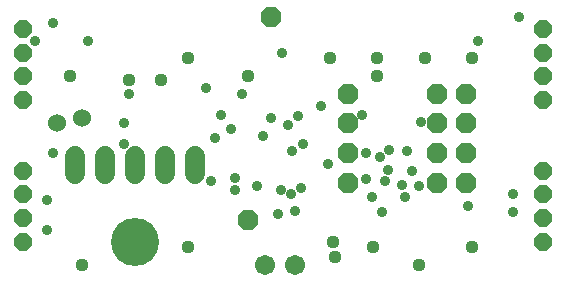
<source format=gbs>
G75*
%MOIN*%
%OFA0B0*%
%FSLAX24Y24*%
%IPPOS*%
%LPD*%
%AMOC8*
5,1,8,0,0,1.08239X$1,22.5*
%
%ADD10C,0.1600*%
%ADD11C,0.0600*%
%ADD12OC8,0.0595*%
%ADD13C,0.0680*%
%ADD14OC8,0.0680*%
%ADD15C,0.0358*%
%ADD16C,0.0437*%
%ADD17C,0.0671*%
D10*
X006326Y001556D03*
D11*
X003727Y005493D03*
X004554Y005690D03*
D12*
X002586Y001556D03*
X002586Y002344D03*
X002586Y003131D03*
X002586Y003919D03*
X002586Y006281D03*
X002586Y007068D03*
X002586Y007856D03*
X002586Y008643D03*
X019908Y008643D03*
X019908Y007856D03*
X019908Y007068D03*
X019908Y006281D03*
X019908Y003919D03*
X019908Y003131D03*
X019908Y002344D03*
X019908Y001556D03*
D13*
X008326Y003815D02*
X008326Y004415D01*
X007326Y004415D02*
X007326Y003815D01*
X006326Y003815D02*
X006326Y004415D01*
X005326Y004415D02*
X005326Y003815D01*
X004326Y003815D02*
X004326Y004415D01*
D14*
X010086Y002265D03*
X013412Y003525D03*
X013412Y004509D03*
X013412Y005493D03*
X013412Y006478D03*
X016365Y006478D03*
X017349Y006478D03*
X017349Y005493D03*
X016365Y005493D03*
X016365Y004509D03*
X017349Y004509D03*
X017349Y003525D03*
X016365Y003525D03*
X010853Y009037D03*
D15*
X011208Y007856D03*
X008688Y006674D03*
X009869Y006478D03*
X009180Y005789D03*
X009515Y005297D03*
X008983Y005001D03*
X010578Y005060D03*
X011405Y005454D03*
X011759Y005730D03*
X012507Y006084D03*
X013885Y005769D03*
X015834Y005533D03*
X015381Y004588D03*
X014790Y004608D03*
X014495Y004371D03*
X014003Y004509D03*
X014751Y003958D03*
X014003Y003643D03*
X014633Y003564D03*
X015204Y003426D03*
X015302Y003052D03*
X015775Y003407D03*
X015538Y003919D03*
X014200Y003052D03*
X014554Y002541D03*
X011838Y003328D03*
X011523Y003131D03*
X011168Y003289D03*
X010381Y003407D03*
X009633Y003289D03*
X009633Y003682D03*
X008845Y003564D03*
X011090Y002462D03*
X011641Y002580D03*
X012743Y004155D03*
X011562Y004588D03*
X011916Y004804D03*
X010853Y005690D03*
X006129Y006478D03*
X005932Y005493D03*
X005932Y004804D03*
X003570Y004509D03*
X003373Y002934D03*
X003373Y001950D03*
X002979Y008249D03*
X003570Y008840D03*
X004751Y008249D03*
X017428Y002737D03*
X018924Y002541D03*
X018924Y003131D03*
X017743Y008249D03*
X019121Y009037D03*
D16*
X017546Y007659D03*
X015971Y007659D03*
X014397Y007659D03*
X014397Y007068D03*
X012822Y007659D03*
X010066Y007068D03*
X008097Y007659D03*
X007192Y006950D03*
X006129Y006950D03*
X004160Y007068D03*
X012920Y001556D03*
X012979Y001045D03*
X014239Y001359D03*
X015775Y000769D03*
X017546Y001359D03*
X008097Y001359D03*
X004554Y000769D03*
D17*
X010656Y000769D03*
X011641Y000769D03*
M02*

</source>
